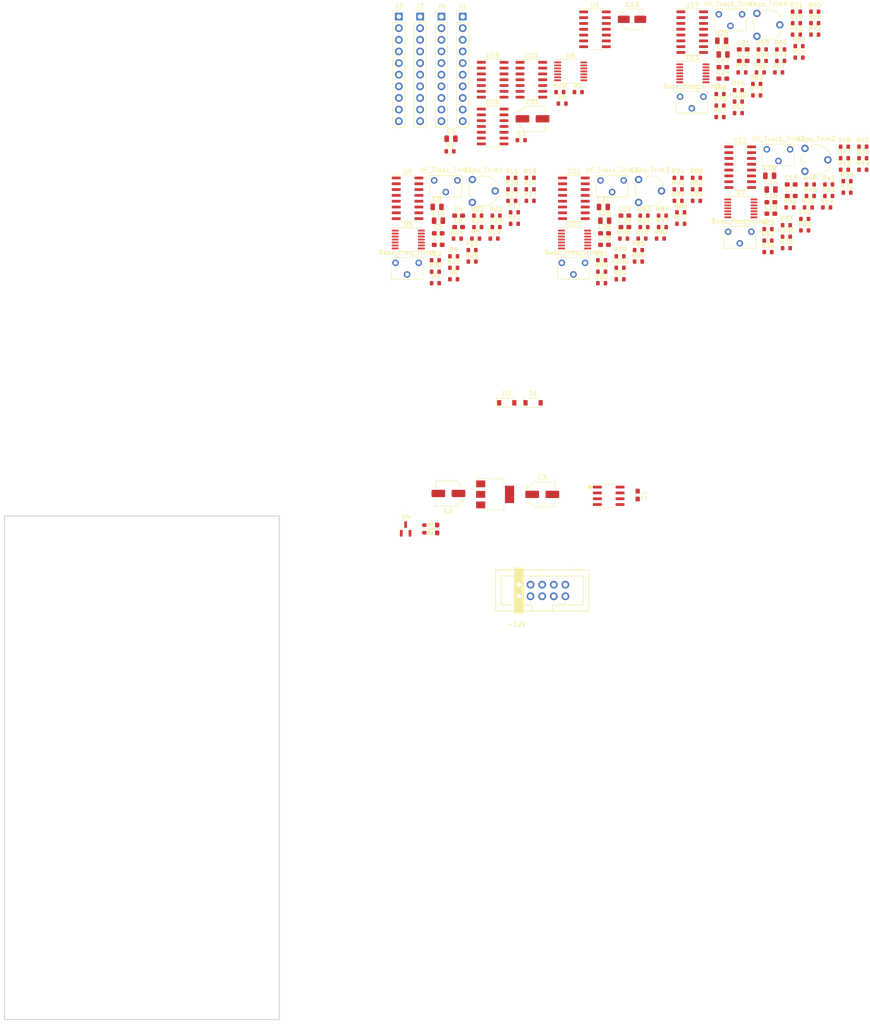
<source format=kicad_pcb>
(kicad_pcb (version 20211014) (generator pcbnew)
  (layers (0 "F.Cu" signal) (31 "B.Cu" signal) (34 "B.Paste" user) (35 "F.Paste" user) (36 "B.SilkS" user "B.Silkscreen") (37 "F.SilkS" user "F.Silkscreen") (38 "B.Mask" user) (39 "F.Mask" user) (44 "Edge.Cuts" user))
  (net 0 "")
  (net 1 "GND")
  (net 2 "+2V5")
  (net 3 "+12V")
  (net 4 "+5V")
  (net 5 "Net-(C4-Pad1)")
  (net 6 "Net-(C5-Pad1)")
  (net 7 "Net-(Base_Freq_Trim1-Pad2)")
  (net 8 "Net-(C6-Pad1)")
  (net 9 "Net-(Base_Freq_Trim2-Pad2)")
  (net 10 "-12V")
  (net 11 "Net-(C8-Pad2)")
  (net 12 "Net-(Base_Freq_Trim3-Pad2)")
  (net 13 "Net-(Base_Freq_Trim4-Pad2)")
  (net 14 "/OSCVoice1/SOFT_SYNCH")
  (net 15 "/OSCVoice1/HARD_SYNCH")
  (net 16 "/LIN_FREQ_IN")
  (net 17 "/Linear_Frequency")
  (net 18 "Net-(C13-Pad1)")
  (net 19 "/OSCVoice1/PWM_Control")
  (net 20 "Net-(C14-Pad1)")
  (net 21 "/OSCVoice2/PWM_Control")
  (net 22 "Net-(C15-Pad1)")
  (net 23 "Net-(C16-Pad1)")
  (net 24 "-5V")
  (net 25 "/OSCVoice2/SOFT_SYNCH")
  (net 26 "Net-(C17-Pad1)")
  (net 27 "/OSCVoice2/HARD_SYNCH")
  (net 28 "Net-(C19-Pad2)")
  (net 29 "Net-(C20-Pad1)")
  (net 30 "/OSCVoice4/PWM_Control")
  (net 31 "Net-(C21-Pad1)")
  (net 32 "Net-(C22-Pad1)")
  (net 33 "/OSCVoice4/SOFT_SYNCH")
  (net 34 "Net-(C23-Pad1)")
  (net 35 "/OSCVoice4/HARD_SYNCH")
  (net 36 "Net-(C25-Pad2)")
  (net 37 "Net-(C26-Pad1)")
  (net 38 "/OSCVoice3/PWM_Control")
  (net 39 "Net-(C27-Pad1)")
  (net 40 "Net-(C28-Pad1)")
  (net 41 "/OSCVoice3/SOFT_SYNCH")
  (net 42 "Net-(C29-Pad1)")
  (net 43 "/OSCVoice3/HARD_SYNCH")
  (net 44 "Net-(C31-Pad2)")
  (net 45 "/+12V_IN")
  (net 46 "/-12V_IN")
  (net 47 "Net-(HF_Track_Trim1-Pad2)")
  (net 48 "/OSCVoice1/HF_Track")
  (net 49 "Net-(HF_Track_Trim2-Pad2)")
  (net 50 "/OSCVoice2/HF_Track")
  (net 51 "Net-(HF_Track_Trim3-Pad2)")
  (net 52 "/OSCVoice4/HF_Track")
  (net 53 "Net-(HF_Track_Trim4-Pad2)")
  (net 54 "/OSCVoice3/HF_Track")
  (net 55 "/HARD_SYNCH_SW")
  (net 56 "/SOFT_SYNCH_SW")
  (net 57 "/PULSE_SW")
  (net 58 "/TRIANGLE_SW")
  (net 59 "/SAW_SW")
  (net 60 "/PWM_POT")
  (net 61 "/FINE_TUNE")
  (net 62 "/OCT_TUNE")
  (net 63 "/SYNCH_SIGNAL3")
  (net 64 "/V_PER_OCT3")
  (net 65 "/FREQ_MOD3")
  (net 66 "/PWM_CV3")
  (net 67 "/MIX_OUT3")
  (net 68 "/SYNCH_SIGNAL4")
  (net 69 "/V_PER_OCT4")
  (net 70 "/FREQ_MOD4")
  (net 71 "/PWM_CV4")
  (net 72 "/MIX_OUT4")
  (net 73 "/SYNCH_SIGNAL1")
  (net 74 "/V_PER_OCT1")
  (net 75 "/FREQ_MOD1")
  (net 76 "/PWM_CV1")
  (net 77 "/MIX_OUT1")
  (net 78 "/SYNCH_SIGNAL2")
  (net 79 "/V_PER_OCT2")
  (net 80 "/FREQ_MOD2")
  (net 81 "/PWM_CV2")
  (net 82 "/MIX_OUT2")
  (net 83 "/PWM_CV")
  (net 86 "Net-(R4-Pad1)")
  (net 87 "/OSCVoice1/Expo_Freq")
  (net 88 "Net-(R19-Pad1)")
  (net 89 "/OSCVoice1/MIX_1")
  (net 90 "/OSCVoice1/Linear_Frequency")
  (net 91 "Net-(R26-Pad2)")
  (net 92 "/OSCVoice2/Expo_Freq")
  (net 93 "Net-(R33-Pad1)")
  (net 94 "Net-(R44-Pad1)")
  (net 95 "/OSCVoice2/MIX_1")
  (net 96 "Net-(R47-Pad2)")
  (net 97 "/OSCVoice2/Linear_Frequency")
  (net 98 "/OSCVoice4/Expo_Freq")
  (net 99 "Net-(R56-Pad1)")
  (net 100 "Net-(R67-Pad1)")
  (net 101 "/OSCVoice4/MIX_1")
  (net 102 "Net-(R70-Pad2)")
  (net 103 "/OSCVoice4/Linear_Frequency")
  (net 104 "/OSCVoice3/Expo_Freq")
  (net 105 "Net-(R79-Pad1)")
  (net 106 "Net-(R90-Pad1)")
  (net 107 "/OSCVoice3/MIX_1")
  (net 108 "Net-(R93-Pad2)")
  (net 109 "/OSCVoice3/Linear_Frequency")
  (net 110 "/OSCVoice1/Triangle_Out")
  (net 111 "/OSCVoice1/Pulse_Out")
  (net 112 "/OSCVoice2/Triangle_Out")
  (net 113 "/OSCVoice2/Pulse_Out")
  (net 114 "/OSCVoice1/Saw_Out")
  (net 115 "/OSCVoice2/Saw_Out")
  (net 116 "/OSCVoice3/Saw_Out")
  (net 117 "/OSCVoice4/Saw_Out")
  (net 118 "/OSCVoice4/Triangle_Out")
  (net 119 "/OSCVoice4/Pulse_Out")
  (net 120 "/OSCVoice3/Triangle_Out")
  (net 121 "/OSCVoice3/Pulse_Out")
  (net 122 "Net-(Expo_Trim1-Pad1)")
  (net 123 "Net-(Expo_Trim1-Pad2)")
  (net 124 "Net-(Expo_Trim2-Pad1)")
  (net 125 "Net-(Expo_Trim2-Pad2)")
  (net 126 "Net-(Expo_Trim3-Pad1)")
  (net 127 "Net-(Expo_Trim3-Pad2)")
  (net 128 "Net-(Expo_Trim4-Pad1)")
  (net 129 "Net-(Expo_Trim4-Pad2)")
  (net 130 "/OSCVoice1/Triangle_Mix")
  (net 131 "/OSCVoice1/Pulse_Mix")
  (net 132 "/OSCVoice1/Saw_Mix")
  (net 133 "/OSCVoice2/Triangle_Mix")
  (net 134 "/OSCVoice2/Pulse_Mix")
  (net 135 "/OSCVoice2/Saw_Mix")
  (net 136 "/OSCVoice4/Triangle_Mix")
  (net 137 "/OSCVoice4/Pulse_Mix")
  (net 138 "/OSCVoice4/Saw_Mix")
  (net 139 "/OSCVoice3/Triangle_Mix")
  (net 140 "/OSCVoice3/Pulse_Mix")
  (net 141 "/OSCVoice3/Saw_Mix")
  (footprint "Potentiometer_THT:Potentiometer_Bourns_3266W_Vertical" (layer "F.Cu") (at 185.29 -23.3)
    (fp_text reference "HF_Track_Trim3")
    (fp_text value "5k")
  )
  (footprint "Resistor_SMD:R_0603_1608Metric" (layer "F.Cu") (at 147.33 -29.66)
    (fp_text reference "R2")
    (fp_text value "14k")
  )
  (footprint "Capacitor_SMD:C_0805_2012Metric" (layer "F.Cu") (at 180.84 -17.52)
    (fp_text reference "C31")
    (fp_text value "3.9nF")
  )
  (footprint "Potentiometer_THT:Potentiometer_Bourns_3266W_Vertical" (layer "F.Cu") (at 148.95 -23.3)
    (fp_text reference "HF_Track_Trim1")
    (fp_text value "5k")
  )
  (footprint "Capacitor_SMD:C_0603_1608Metric_Pad1.08x0.95mm_HandSolder" (layer "F.Cu") (at 149.2 -15.62)
    (fp_text reference "C4")
    (fp_text value "10nF")
  )
  (footprint "Capacitor_SMD:C_0603_1608Metric_Pad1.08x0.95mm_HandSolder" (layer "F.Cu") (at 217.43 -18.55)
    (fp_text reference "C16")
    (fp_text value "10nF")
  )
  (footprint "Resistor_SMD:R_0603_1608Metric" (layer "F.Cu") (at 201.18 -21.36)
    (fp_text reference "R82")
    (fp_text value "13k")
  )
  (footprint "Potentiometer_THT:Potentiometer_Bourns_3266W_Vertical" (layer "F.Cu") (at 202.69 -41.6)
    (fp_text reference "Base_Freq_Trim3")
    (fp_text value "5k")
  )
  (footprint "Resistor_SMD:R_0603_1608Metric" (layer "F.Cu") (at 148.14 -1.71)
    (fp_text reference "R8")
    (fp_text value "22.1k")
  )
  (footprint "Potentiometer_THT:Potentiometer_Piher_PT-6-V_Vertical" (layer "F.Cu") (at 224.88 -25.3)
    (fp_text reference "Expo_Trim2")
    (fp_text value "5k")
  )
  (footprint "Resistor_SMD:R_0603_1608Metric" (layer "F.Cu") (at 201.18 -18.85)
    (fp_text reference "R95")
    (fp_text value "30k")
  )
  (footprint "Resistor_SMD:R_0603_1608Metric" (layer "F.Cu") (at 233.51 -25.65)
    (fp_text reference "R43")
    (fp_text value "49.9k")
  )
  (footprint "Resistor_SMD:R_0603_1608Metric" (layer "F.Cu") (at 171.33 -42.6)
    (fp_text reference "R10")
    (fp_text value "14k")
  )
  (footprint "Resistor_SMD:R_0603_1608Metric" (layer "F.Cu") (at 210.33 -40.52)
    (fp_text reference "R102")
    (fp_text value "100k")
  )
  (footprint "Capacitor_SMD:C_0805_2012Metric" (layer "F.Cu") (at 147.55 -32.42)
    (fp_text reference "C9")
    (fp_text value "1uF")
  )
  (footprint "Package_SO:SOIC-14_3.9x8.7mm_P1.27mm" (layer "F.Cu") (at 179 -56.32)
    (fp_text reference "U5")
    (fp_text value "MCP6004")
  )
  (footprint "Resistor_SMD:R_0603_1608Metric" (layer "F.Cu") (at 234.08 -23.14)
    (fp_text reference "R39")
    (fp_text value "49.9k")
  )
  (footprint "Resistor_SMD:R_0603_1608Metric" (layer "F.Cu") (at 157.39 -15.62)
    (fp_text reference "R22")
    (fp_text value "49.9k")
  )
  (footprint "Resistor_SMD:R_0603_1608Metric" (layer "F.Cu") (at 219.58 -51.92)
    (fp_text reference "R64")
    (fp_text value "49.9k")
  )
  (footprint "Resistor_SMD:R_0603_1608Metric" (layer "F.Cu") (at 164.84 -23.87)
    (fp_text reference "R18")
    (fp_text value "10k")
  )
  (footprint "Package_SO:SOIC-14_3.9x8.7mm_P1.27mm" (layer "F.Cu") (at 156.65 -45.3)
    (fp_text reference "U19")
    (fp_text value "TL074")
  )
  (footprint "Resistor_SMD:R_0603_1608Metric" (layer "F.Cu") (at 229.63 -17.4)
    (fp_text reference "R44")
    (fp_text value "30k")
  )
  (footprint "Connector_PinHeader_2.54mm:PinHeader_1x10_P2.54mm_Vertical" (layer "F.Cu") (at 145.45 -59.1)
    (fp_text reference "J4")
    (fp_text value "Conn_01x10_Male")
  )
  (footprint "Resistor_SMD:R_0603_1608Metric" (layer "F.Cu") (at 161.4 -13.83)
    (fp_text reference "R11")
    (fp_text value "47k")
  )
  (footprint "Package_SO:TSSOP-14_4.4x5mm_P0.65mm" (layer "F.Cu") (at 174.54 -10.4)
    (fp_text reference "U15")
    (fp_text value "4066")
  )
  (footprint "Potentiometer_THT:Potentiometer_Bourns_3266W_Vertical" (layer "F.Cu") (at 140.5 -5.3)
    (fp_text reference "Base_Freq_Trim1")
    (fp_text value "5k")
  )
  (footprint "Resistor_SMD:R_0603_1608Metric" (layer "F.Cu") (at 153.38 -15.62)
    (fp_text reference "R21")
    (fp_text value "120k")
  )
  (footprint "Capacitor_SMD:CP_Elec_5x5.8" (layer "F.Cu") (at 165.35 -36.77)
    (fp_text reference "C11")
    (fp_text value "47uF")
  )
  (footprint "Resistor_SMD:R_0603_1608Metric" (layer "F.Cu") (at 157.39 -13.11)
    (fp_text reference "R29")
    (fp_text value "18k")
  )
  (footprint "Resistor_SMD:R_0603_1608Metric" (layer "F.Cu") (at 189.72 -13.11)
    (fp_text reference "R91")
    (fp_text value "30k")
  )
  (footprint "Potentiometer_THT:Potentiometer_Piher_PT-6-V_Vertical" (layer "F.Cu") (at 188.54 -18.5)
    (fp_text reference "Expo_Trim3")
    (fp_text value "5k")
  )
  (footprint "Capacitor_SMD:C_0603_1608Metric_Pad1.08x0.95mm_HandSolder" (layer "F.Cu") (at 206.94 -48.05)
    (fp_text reference "C22")
    (fp_text value "10nF")
  )
  (footprint "Resistor_SMD:R_0603_1608Metric" (layer "F.Cu") (at 197.74 -13.83)
    (fp_text reference "R77")
    (fp_text value "47k")
  )
  (footprint "Resistor_SMD:R_0603_1608Metric" (layer "F.Cu") (at 216.81 -7.65)
    (fp_text reference "R34")
    (fp_text value "49.9k")
  )
  (footprint "Resistor_SMD:R_0603_1608Metric" (layer "F.Cu") (at 144.13 -0.85)
    (fp_text reference "R9")
    (fp_text value "49.9k")
  )
  (footprint "Resistor_SMD:R_0603_1608Metric" (layer "F.Cu") (at 189.72 -15.62)
    (fp_text reference "R92")
    (fp_text value "120k")
  )
  (footprint "Capacitor_SMD:C_0603_1608Metric_Pad1.08x0.95mm_HandSolder" (layer "F.Cu") (at 206.94 -45.54)
    (fp_text reference "C24")
    (fp_text value "100nF")
  )
  (footprint "Resistor_SMD:R_0603_1608Metric" (layer "F.Cu") (at 216.81 -12.67)
    (fp_text reference "R35")
    (fp_text value "120k")
  )
  (footprint "Capacitor_SMD:C_0603_1608Metric_Pad1.08x0.95mm_HandSolder" (layer "F.Cu") (at 185.54 -13.11)
    (fp_text reference "C29")
    (fp_text value "10nF")
  )
  (footprint "Capacitor_SMD:C_0805_2012Metric" (layer "F.Cu") (at 217.18 -24.32)
    (fp_text reference "C19")
    (fp_text value "3.9nF")
  )
  (footprint "Resistor_SMD:R_0603_1608Metric" (layer "F.Cu") (at 214.34 -41.88)
    (fp_text reference "R73")
    (fp_text value "120k")
  )
  (footprint "Resistor_SMD:R_0603_1608Metric" (layer "F.Cu") (at 234.08 -20.63)
    (fp_text reference "R31")
    (fp_text value "47k")
  )
  (footprint "Capacitor_SMD:C_0603_1608Metric_Pad1.08x0.95mm_HandSolder" (layer "F.Cu") (at 188.33 45.4275 -90)
    (fp_text reference "C1")
    (fp_text value "1nF")
  )
  (footprint "Potentiometer_THT:Potentiometer_Piher_PT-6-V_Vertical" (layer "F.Cu") (at 214.39 -54.8)
    (fp_text reference "Expo_Trim4")
    (fp_text value "5k")
  )
  (footprint "Resistor_SMD:R_0603_1608Metric" (layer "F.Cu") (at 211.12 -46.9)
    (fp_text reference "R75")
    (fp_text value "499k")
  )
  (footprint "Resistor_SMD:R_0603_1608Metric" (layer "F.Cu") (at 197.17 -23.87)
    (fp_text reference "R94")
    (fp_text value "267")
  )
  (footprint "Resistor_SMD:R_0603_1608Metric" (layer "F.Cu") (at 206.32 -39.66)
    (fp_text reference "R76")
    (fp_text value "1M")
  )
  (footprint "Capacitor_SMD:C_0603_1608Metric_Pad1.08x0.95mm_HandSolder" (layer "F.Cu") (at 149.2 -13.11)
    (fp_text reference "C6")
    (fp_text value "10nF")
  )
  (footprint "Resistor_SMD:R_0603_1608Metric" (layer "F.Cu") (at 148.93 -10.6)
    (fp_text reference "R24")
    (fp_text value "499k")
  )
  (footprint "Resistor_SMD:R_0603_1608Metric" (layer "F.Cu") (at 225.62 -17.4)
    (fp_text reference "R32")
    (fp_text value "49.9k")
  )
  (footprint "Resistor_SMD:R_0603_1608Metric" (layer "F.Cu") (at 214.34 -44.39)
    (fp_text reference "R63")
    (fp_text value "100k")
  )
  (footprint "Capacitor_SMD:C_0805_2012Metric" (layer "F.Cu") (at 181.14 -14.51)
    (fp_text reference "C26")
    (fp_text value "1.5nF")
  )
  (footprint "Capacitor_SMD:C_0805_2012Metric" (layer "F.Cu") (at 206.69 -53.82)
    (fp_text reference "C25")
    (fp_text value "3.9nF")
  )
  (footprint "Resistor_SMD:R_0603_1608Metric" (layer "F.Cu") (at 219.58 -49.41)
    (fp_text reference "R74")
    (fp_text value "18k")
  )
  (footprint "Package_SO:TSSOP-14_4.4x5mm_P0.65mm" (layer "F.Cu") (at 200.39 -46.7)
    (fp_text reference "U11")
    (fp_text value "4066")
  )
  (footprint "Resistor_SMD:R_0603_1608Metric" (layer "F.Cu") (at 223.02 -55.15)
    (fp_text reference "R66")
    (fp_text value "49.9k")
  )
  (footprint "Resistor_SMD:R_0603_1608Metric" (layer "F.Cu") (at 197.17 -18.85)
    (fp_text reference "R89")
    (fp_text value "49.9k")
  )
  (footprint "Capacitor_SMD:C_0603_1608Metric_Pad1.08x0.95mm_HandSolder" (layer "F.Cu") (at 185.54 -15.62)
    (fp_text reference "C27")
    (fp_text value "10nF")
  )
  (footprint "Resistor_SMD:R_0603_1608Metric" (layer "F.Cu") (at 215.57 -49.41)
    (fp_text reference "R68")
    (fp_text value "30k")
  )
  (footprint "Resistor_SMD:R_0603_1608Metric" (layer "F.Cu") (at 193.29 -10.6)
    (fp_text reference "R90")
    (fp_text value "30k")
  )
  (footprint "Resistor_SMD:R_0603_1608Metric" (layer "F.Cu") (at 161.4 -16.34)
    (fp_text reference "R17")
    (fp_text value "49.9k")
  )
  (footprint "Capacitor_SMD:CP_Elec_4x5.8" (layer "F.Cu") (at 187.1 -58.5)
    (fp_text reference "C12")
    (fp_text value "22uF")
  )
  (footprint "Resistor_SMD:R_0603_1608Metric" (layer "F.Cu") (at 193.73 -15.62)
    (fp_text reference "R87")
    (fp_text value "49.9k")
  )
  (footprint "Capacitor_SMD:C_0603_1608Metric_Pad1.08x0.95mm_HandSolder" (layer "F.Cu") (at 221.88 -22.42)
    (fp_text reference "C15")
    (fp_text value "10nF")
  )
  (footprint "Resistor_SMD:R_0603_1608Metric" (layer "F.Cu") (at 223.59 -52.64)
    (fp_text reference "R62")
    (fp_text value "49.9k")
  )
  (footprint "Capacitor_SMD:C_0603_1608Metric_Pad1.08x0.95mm_HandSolder" (layer "F.Cu") (at 211.39 -51.92)
    (fp_text reference "C21")
    (fp_text value "10nF")
  )
  (footprint "Resistor_SMD:R_0603_1608Metric" (layer "F.Cu") (at 221.61 -17.4)
    (fp_text reference "R52")
    (fp_text value "499k")
  )
  (footprint "Resistor_SMD:R_0603_1608Metric" (layer "F.Cu") (at 160.83 -18.85)
    (fp_text reference "R23")
    (fp_text value "49.9k")
  )
  (footprint "Capacitor_SMD:C_0805_2012Metric" (layer "F.Cu") (at 144.5 -17.52)
    (fp_text reference "C8")
    (fp_text value "3.9nF")
  )
  (footprint "Resistor_SMD:R_0603_1608Metric" (layer "F.Cu") (at 233.51 -28.16)
    (fp_text reference "R47")
    (fp_text value "36k")
  )
  (footprint "Diode_SMD:D_SOD-123" (layer "F.Cu") (at 159.73 25.2775)
    (fp_text reference "D2")
    (fp_text value "1N5819")
  )
  (footprint "Potentiometer_THT:Potentiometer_Bourns_3266W_Vertical" (layer "F.Cu") (at 213.18 -12.1)
    (fp_text reference "Base_Freq_Trim2")
    (fp_text value "5k")
  )
  (footprint "Resistor_SMD:R_0603_1608Metric" (layer "F.Cu") (at 220.82 -8.51)
    (fp_text reference "R38")
    (fp_text value "22.1k")
  )
  (footprint "Package_SO:TSSOP-14_4.4x5mm_P0.65mm" (layer "F.Cu") (at 210.88 -17.2)
    (fp_text reference "U7")
    (fp_text value "4066")
  )
  (footprint "Resistor_SMD:R_0603_1608Metric" (layer "F.Cu") (at 141.73 52.8275 -90)
    (fp_text reference "R13")
    (fp_text value "2.2k")
  )
  (footprint "Resistor_SMD:R_0603_1608Metric" (layer "F.Cu") (at 156.95 -10.6)
    (fp_text reference "R19")
    (fp_text value "30k")
  )
  (footprint "Capacitor_SMD:C_0603_1608Metric_Pad1.08x0.95mm_HandSolder" (layer "F.Cu") (at 144.75 -9.24)
    (fp_text reference "C7")
    (fp_text value "100nF")
  )
  (footprint "Connector_PinHeader_2.54mm:PinHeader_1x10_P2.54mm_Vertical" (layer "F.Cu") (at 136.15 -59.1)
    (fp_text reference "J3")
    (fp_text value "Conn_01x10_Male")
  )
  (footprint "Resistor_SMD:R_0603_1608Metric" (layer "F.Cu") (at 152.94 -10.6)
    (fp_text reference "R5")
    (fp_text value "49.9k")
  )
  (footprint "Resistor_SMD:R_0603_1608Metric" (layer "F.Cu") (at 220.82 -11.02)
    (fp_text reference "R101")
    (fp_text value "100k")
  )
  (footprint "Resistor_SMD:R_0603_1608Metric" (layer "F.Cu") (at 219.14 -46.9)
    (fp_text reference "R67")
    (fp_text value "30k")
  )
  (footprint "Resistor_SMD:R_0603_1608Metric" (layer "F.Cu") (at 226.06 -19.91)
    (fp_text reference "R45")
    (fp_text value "30k")
  )
  (footprint "Capacitor_SMD:C_0805_2012Metric" (layer "F.Cu") (at 144.8 -14.51)
    (fp_text reference "C13")
    (fp_text value "1.5nF")
  )
  (footprint "Capacitor_SMD:C_0603_1608Metric_Pad1.08x0.95mm_HandSolder" (layer "F.Cu") (at 144.53 52.8275 90)
    (fp_text reference "C10")
    (fp_text value "100nF")
  )
  (footprint "Resistor_SMD:R_0603_1608Metric" (layer "F.Cu") (at 210.33 -43.03)
    (fp_text reference "R56")
    (fp_text value "267")
  )
  (footprint "Resistor_SMD:R_0603_1608Metric" (layer "F.Cu") (at 148.14 -4.22)
    (fp_text reference "R25")
    (fp_text value "100k")
  )
  (footprint "Resistor_SMD:R_0603_1608Metric" (layer "F.Cu") (at 184.48 -4.22)
    (fp_text reference "R100")
    (fp_text value "100k")
  )
  (footprint "Resistor_SMD:R_0603_1608Metric" (layer "F.Cu") (at 201.18 -23.87)
    (fp_text reference "R88")
    (fp_text value "10k")
  )
  (footprint "Connector_PinHeader_2.54mm:PinHeader_1x10_P2.54mm_Vertical" (layer "F.Cu") (at 140.8 -59.1)
    (fp_text reference "J2")
    (fp_text value "Conn_01x10_Male")
  )
  (footprint "Resistor_SMD:R_0603_1608Metric" (layer "F.Cu") (at 144.13 -5.87)
    (fp_text reference "R12")
    (fp_text value "120k")
  )
  (footprint "Resistor_SMD:R_0603_1608Metric" (layer "F.Cu") (at 148.14 -6.73)
    (fp_text reference "R4")
    (fp_text value "267")
  )
  (footprint "Potentiometer_THT:Potentiometer_Piher_PT-6-V_Vertical" (layer "F.Cu") (at 152.2 -18.5)
    (fp_text reference "Expo_Trim1")
    (fp_text value "5k")
  )
  (footprint "Capacitor_SMD:C_0603_1608Metric_Pad1.08x0.95mm_HandSolder" (layer "F.Cu") (at 181.09 -9.24)
    (fp_text reference "C30")
    (fp_text value "100nF")
  )
  (footprint "Resistor_SMD:R_0603_1608Metric" (layer "F.Cu") (at 215.57 -51.92)
    (fp_text reference "R69")
    (fp_text value "120k")
  )
  (footprint "Resistor_SMD:R_0603_1608Metric" (layer "F.Cu") (at 180.47 -5.87)
    (fp_text reference "R81")
    (fp_text value "120k")
  )
  (footprint "Capacitor_SMD:CP_Elec_5x5.7" (layer "F.Cu") (at 146.98 45.0775 180)
    (fp_text reference "C2")
    (fp_text value "10uF")
  )
  (footprint "Resistor_SMD:R_0603_1608Metric" (layer "F.Cu") (at 210.33 -38.01)
    (fp_text reference "R61")
    (fp_text value "22.1k")
  )
  (footprint "Resistor_SMD:R_0603_1608Metric" (layer "F.Cu") (at 184.48 -6.73)
    (fp_text reference "R79")
    (fp_text value "267")
  )
  (footprint "Resistor_SMD:R_0603_1608Metric" (layer "F.Cu") (at 226.06 -22.42)
    (fp_text reference "R46")
    (fp_text value "120k")
  )
  (footprint "Diode_SMD:D_SOD-123" (layer "F.Cu") (at 165.48 25.2775)
    (fp_text reference "D1")
    (fp_text value "1N5819")
  )
  (footprint "Resistor_SMD:R_0603_1608Metric" (layer "F.Cu") (at 237.52 -28.16)
    (fp_text reference "R36")
    (fp_text value "13k")
  )
  (footprint "Resistor_SMD:R_0603_1608Metric" (layer "F.Cu") (at 185.27 -10.6)
    (fp_text reference "R98")
    (fp_text value "499k")
  )
  (footprint "Package_SO:SOIC-16_3.9x9.9mm_P1.27mm" (layer "F.Cu") (at 174.39 -19.4)
    (fp_text reference "U22")
    (fp_text value "SSI2131")
  )
  (footprint "Resistor_SMD:R_0603_1608Metric" (layer "F.Cu") (at 220.82 -13.53)
    (fp_text reference "R33")
    (fp_text value "267")
  )
  (footprint "Resistor_SMD:R_0603_1608Metric" (layer "F.Cu") (at 230.07 -22.42)
    (fp_text reference "R41")
    (fp_text value "49.9k")
  )
  (footprint "Resistor_SMD:R_0603_1608Metric" (layer "F.Cu") (at 144.13 -3.36)
    (fp_text reference "R30")
    (fp_text value "1M")
  )
  (footprint "Package_SO:SOIC-16_3.9x9.9mm_P1.27mm" (layer "F.Cu") (at 200.24 -55.7)
    (fp_text reference "U17")
    (fp_text value "SSI2131")
  )
  (footprint "Resistor_SMD:R_0603_1608Metric" (layer "F.Cu") (at 184.48 -1.71)
    (fp_text reference "R84")
    (fp_text value "22.1k")
  )
  (footprint "Resistor_SMD:R_0603_1608Metric" (layer "F.Cu") (at 233.51 -30.67)
    (fp_text reference "R48")
    (fp_text value "267")
  )
  (footprint "Resistor_SMD:R_0603_1608Metric" (layer "F.Cu") (at 153.38 -13.11)
    (fp_text reference "R20")
    (fp_text value "30k")
  )
  (footprint "Resistor_SMD:R_0603_1608Metric" (layer "F.Cu") (at 224.83 -12.38)
    (fp_text reference "R50")
    (fp_text value "120k")
  )
  (footprint "Resistor_SMD:R_0603_1608Metric" (layer "F.Cu") (at 215.13 -46.9)
    (fp_text reference "R55")
    (fp_text value "49.9k")
  )
  (footprint "Capacitor_SMD:C_0603_1608Metric_Pad1.08x0.95mm_HandSolder" (layer "F.Cu") (at 221.88 -19.91)
    (fp_text reference "C17")
    (fp_text value "10nF")
  )
  (footprint "Potentiometer_THT:Potentiometer_Bourns_3266W_Vertical" (layer "F.Cu") (at 176.84 -5.3)
    (fp_text reference "Base_Freq_Trim4")
    (fp_text value "5k")
  )
  (footprint "Package_TO_SOT_SMD:SOT-23" (layer "F.Cu") (at 137.63 52.8275 90)
    (fp_text reference "U4")
    (fp_text value "LM4040DBZ-5")
  )
  (footprint "Capacitor_SMD:C_0603_1608Metric_Pad1.08x0.95mm_HandSolder" (layer "F.Cu") (at 217.43 -16.04)
    (fp_text reference "C18")
    (fp_text value "100nF")
  )
  (footprint "Package_SO:SOIC-14_3.9x8.7mm_P1.27mm" (layer "F.Cu") (at 156.65 -35.09)
    (fp_text reference "U14")
    (fp_text value "TL074")
  )
  (footprint "Capacitor_SMD:C_0805_2012Metric" (layer "F.Cu") (at 217.48 -21.31)
    (fp_text reference "C14")
    (fp_text value "1.5nF")
  )
  (footprint "Resistor_SMD:R_0603_1608Metric" (layer "F.Cu") (at 197.74 -16.34)
    (fp_text reference "R85")
    (fp_text value "49.9k")
  )
  (footprint "Resistor_SMD:R_0603_1608Metric" (layer "F.Cu") (at 160.83 -23.87)
    (fp_text reference "R16")
    (fp_text value "267")
  )
  (footprint "Connector_PinHeader_2.54mm:PinHeader_1x10_P2.54mm_Vertical" (layer "F.Cu") (at 150.1 -59.1)
    (fp_text reference "J1")
    (fp_text value "Conn_01x10_Male")
  )
  (footprint "Capacitor_SMD:CP_Elec_5x5.7" (layer "F.Cu") (at 167.48 45.2775)
    (fp_text reference "C3")
    (fp_text value "10uF")
  )
  (footprint "Package_SO:SOIC-14_3.9x8.7mm_P1.27mm" (layer "F.Cu") (at 165.1 -45.3)
    (fp_text reference "U10")
    (fp_text value "TL074")
  )
  (footprint "Resistor_SMD:R_0603_1608Metric" (layer "F.Cu") (at 180.47 -0.85)
    (fp_text reference "R80")
    (fp_text value "49.9k")
  )
  (footprint "Resistor_SMD:R_0603_1608Metric" (layer "F.Cu") (at 227.03 -55.15)
    (fp_text reference "R72")
    (fp_text value "30k")
  )
  (footprint "Resistor_SMD:R_0603_1608Metric" (layer "F.Cu") (at 223.02 -60.17)
    (fp_text reference "R71")
    (fp_text value "267")
  )
  (footprint "Capacitor_SMD:C_0603_1608Metric_Pad1.08x0.95mm_HandSolder" (layer "F.Cu") (at 211.39 -49.41)
    (fp_text reference "C23")
    (fp_text value "10nF")
  )
  (footprint "Resistor_SMD:R_0603_1608Metric" (layer "F.Cu") (at 206.32 -37.15)
    (fp_text reference "R57")
    (fp_text value "49.9k")
  )
  (footprint "Package_SO:TSSOP-14_4.4x5mm_P0.65mm" (layer "F.Cu") (at 138.2 -10.4)
    (fp_text reference "U6")
    (fp_text value "4066")
  )
  (footprint "Resistor_SMD:R_0603_1608Metric" (layer "F.Cu") (at 188.49 -8.09)
    (fp_text reference "R86")
    (fp_text value "100k")
  )
  (footprint "Resistor_SMD:R_0603_1608Metric" (layer "F.Cu") (at 180.47 -3.36)
    (fp_text reference "R99")
    (fp_text value "1M")
  )
  (footprint "Resistor_SMD:R_0603_1608Metric" (layer "F.Cu") (at 206.32 -42.17)
    (fp_text reference "R58")
    (fp_text value "120k")
  )
  (footprint "Package_SO:TSSOP-14_4.4x5mm_P0.65mm" (layer "F.Cu") (at 173.7 -47.13)
    (fp_text reference "U8")
    (fp_text value "4066")
  )
  (footprint "Resistor_SMD:R_0603_1608Metric" (layer "F.Cu") (at 227.03 -57.66)
    (fp_text reference "R59")
    (fp_text value "13k")
  )
  (footprint "Potentiometer_THT:Potentiometer_Bourns_3266W_Vertical" (layer "F.Cu") (at 221.63 -30.1)
    (fp_text reference "HF_Track_Trim2")
    (fp_text value "5k")
  )
  (footprint "Resistor_SMD:R_0603_1608Metric" (layer "F.Cu") (at 189.28 -10.6)
    (fp_text reference "R78")
    (fp_text value "49.9k")
  )
  (footprint "Capacitor_SMD:C_0603_1608Metric_Pad1.08x0.95mm_HandSolder" (layer "F.Cu") (at 144.75 -11.75)
    (fp_text reference "C5")
    (fp_text value "10nF")
  )
  (footprint "Resistor_SMD:R_0603_1608Metric" (layer "F.Cu") (at 223.02 -57.66)
    (fp_text reference "R70")
    (fp_text value "36k")
  )
  (footprint "Capacitor_SMD:C_0805_2012Metric" (layer "F.Cu") (at 206.99 -50.81)
    (fp_text reference "C20")
    (fp_text value "1.5nF")
  )
  (footprint "Resistor_SMD:R_0603_1608Metric" (layer "F.Cu") (at 237.52 -30.67)
    (fp_text reference "R42")
    (fp_text value "10k")
  )
  (footprint "Package_SO:SOIC-8_3.9x4.9mm_P1.27mm" (layer "F.Cu") (at 182.005 45.5925)
    (fp_text reference "U2" hide)
    (fp_text value "MCP1501-25xSN")
  )
  (footprint "Potentiometer_THT:Potentiometer_Bourns_3266W_Vertical" (layer "F.Cu") (at 211.14 -59.6)
    (fp_text reference "HF_Track_Trim4")
    (fp_text value "5k")
  )
  (footprint "Resistor_SMD:R_0603_1608Metric" (layer "F.Cu") (at 223.59 -50.13)
    (fp_text reference "R54")
    (fp_text value "47k")
  )
  (footprint "Resistor_SMD:R_0603_1608Metric" (layer "F.Cu") (at 216.81 -10.16)
    (fp_text reference "R53")
    (fp_text value "1M")
  )
  (footprint "Package_SO:SOIC-16_3.9x9.9mm_P1.27mm" (layer "F.Cu") (at 138.05 -19.4)
    (fp_text reference "U9")
    (fp_text value "SSI2131")
  )
  (footprint "Resistor_SMD:R_0603_1608Metric" (layer "F.Cu") (at 160.83 -21.36)
    (fp_text reference "R26")
    (fp_text value "36k")
  )
  (footprint "Resistor_SMD:R_0603_1608Metric" (layer "F.Cu") (at 230.07 -19.91)
    (fp_text reference "R51")
    (fp_text value "18k")
  )
  (footprint "Custom_Footprints:Eurorack_10_pin_header" (layer "F.Cu") (at 162.38 67.54)
    (fp_text reference "J5" hide)
    (fp_text value "Eurorack_10_pin_power")
  )
  (footprint "Resistor_SMD:R_0603_1608Metric" (layer "F.Cu") (at 227.03 -60.17)
    (fp_text reference "R65")
    (fp_text value "10k")
  )
  (footprint "Capacitor_SMD:C_0603_1608Metric_Pad1.08x0.95mm_HandSolder" (layer "F.Cu") (at 181.09 -11.75)
    (fp_text reference "C28")
    (fp_text value "10nF")
  )
  (footprint "Package_TO_SOT_SMD:SOT-223-3_TabPin2" (layer "F.Cu") (at 157.18 45.2775)
    (fp_text reference "U1" hide)
    (fp_text value "AMS1117-5.0")
  )
  (footprint "Resistor_SMD:R_0603_1608Metric" (layer "F.Cu") (at 152.15 -5.58)
    (fp_text reference "R28")
    (fp_text value "120k")
  )
  (footprint "Resistor_SMD:R_0603_1608Metric" (layer "F.Cu") (at 175.34 -42.6)
    (fp_text reference "R1")
    (fp_text value "14k")
  )
  (footprint "Resistor_SMD:R_0603_1608Metric" (layer "F.Cu") (at 152.15 -8.09)
    (fp_text reference "R15")
    (fp_text value "100k")
  )
  (footprint "Resistor_SMD:R_0603_1608Metric" (layer "F.Cu") (at 224.83 -14.89)
    (fp_text reference "R40")
    (fp_text value "100k")
  )
  (footprint "Resistor_SMD:R_0603_1608Metric" (layer "F.Cu") (at 197.17 -21.36)
    (fp_text reference "R93")
    (fp_text value "36k")
  )
  (footprint "Resistor_SMD:R_0603_1608Metric" (layer "F.Cu") (at 164.84 -18.85)
    (fp_text reference "R27")
    (fp_text value "30k")
  )
  (footprint "Resistor_SMD:R_0603_1608Metric" (layer "F.Cu") (at 162.88 -32.09)
    (fp_text reference "R3")
    (fp_text value "14k")
  )
  (footprint "Resistor_SMD:R_0603_1608Metric" (layer "F.Cu") (at 193.73 -13.11)
    (fp_text reference "R97")
    (fp_text value "18k")
  )
  (footprint "Resistor_SMD:R_0603_1608Metric" (layer "F.Cu") (at 237.52 -25.65)
    (fp_text reference "R49")
    (fp_text value "30k")
  )
  (footprint "Resistor_SMD:R_0603_1608Metric" (layer "F.Cu") (at 164.84 -21.36)
    (fp_text reference "R14")
    (fp_text value "13k")
  )
  (footprint "Package_SO:SOIC-16_3.9x9.9mm_P1.27mm" (layer "F.Cu") (at 210.73 -26.2)
    (fp_text reference "U12")
    (fp_text value "SSI2131")
  )
  (footprint "Resistor_SMD:R_0603_1608Metric" (layer "F.Cu") (at 188.49 -5.58)
    (fp_text reference "R96")
    (fp_text value "120k")
  )
  (footprint "Resistor_SMD:R_0603_1608Metric" (layer "F.Cu") (at 171.83 -40.09)
    (fp_text reference "R6")
    (fp_text value "14k")
  )
  (gr_circle (center 177.93 43.7275) (end 178.33 43.7275) (layer "F.SilkS") (width 0.2) (fill solid))
  (gr_line (start 50 50) (end 110 50) (layer "Edge.Cuts") (width 0.2))
  (gr_line (start 110 50) (end 110 160) (layer "Edge.Cuts") (width 0.2))
  (gr_line (start 50 50) (end 50 160) (layer "Edge.Cuts") (width 0.2))
  (gr_line (start 50 160) (end 110 160) (layer "Edge.Cuts") (width 0.2))
)
</source>
